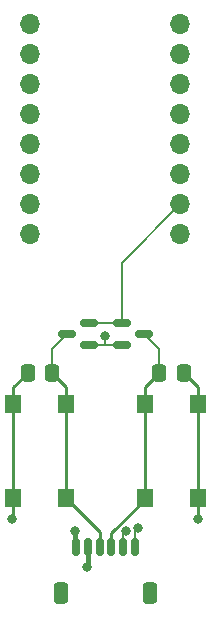
<source format=gtl>
G04 #@! TF.GenerationSoftware,KiCad,Pcbnew,7.0.7*
G04 #@! TF.CreationDate,2023-11-09T12:01:33-05:00*
G04 #@! TF.ProjectId,programmer,70726f67-7261-46d6-9d65-722e6b696361,rev?*
G04 #@! TF.SameCoordinates,Original*
G04 #@! TF.FileFunction,Copper,L1,Top*
G04 #@! TF.FilePolarity,Positive*
%FSLAX46Y46*%
G04 Gerber Fmt 4.6, Leading zero omitted, Abs format (unit mm)*
G04 Created by KiCad (PCBNEW 7.0.7) date 2023-11-09 12:01:33*
%MOMM*%
%LPD*%
G01*
G04 APERTURE LIST*
G04 Aperture macros list*
%AMRoundRect*
0 Rectangle with rounded corners*
0 $1 Rounding radius*
0 $2 $3 $4 $5 $6 $7 $8 $9 X,Y pos of 4 corners*
0 Add a 4 corners polygon primitive as box body*
4,1,4,$2,$3,$4,$5,$6,$7,$8,$9,$2,$3,0*
0 Add four circle primitives for the rounded corners*
1,1,$1+$1,$2,$3*
1,1,$1+$1,$4,$5*
1,1,$1+$1,$6,$7*
1,1,$1+$1,$8,$9*
0 Add four rect primitives between the rounded corners*
20,1,$1+$1,$2,$3,$4,$5,0*
20,1,$1+$1,$4,$5,$6,$7,0*
20,1,$1+$1,$6,$7,$8,$9,0*
20,1,$1+$1,$8,$9,$2,$3,0*%
G04 Aperture macros list end*
G04 #@! TA.AperFunction,SMDPad,CuDef*
%ADD10RoundRect,0.250000X-0.337500X-0.475000X0.337500X-0.475000X0.337500X0.475000X-0.337500X0.475000X0*%
G04 #@! TD*
G04 #@! TA.AperFunction,SMDPad,CuDef*
%ADD11R,1.400000X1.600000*%
G04 #@! TD*
G04 #@! TA.AperFunction,SMDPad,CuDef*
%ADD12RoundRect,0.150000X-0.150000X-0.625000X0.150000X-0.625000X0.150000X0.625000X-0.150000X0.625000X0*%
G04 #@! TD*
G04 #@! TA.AperFunction,SMDPad,CuDef*
%ADD13RoundRect,0.250000X-0.350000X-0.650000X0.350000X-0.650000X0.350000X0.650000X-0.350000X0.650000X0*%
G04 #@! TD*
G04 #@! TA.AperFunction,SMDPad,CuDef*
%ADD14RoundRect,0.150000X0.587500X0.150000X-0.587500X0.150000X-0.587500X-0.150000X0.587500X-0.150000X0*%
G04 #@! TD*
G04 #@! TA.AperFunction,SMDPad,CuDef*
%ADD15RoundRect,0.150000X-0.587500X-0.150000X0.587500X-0.150000X0.587500X0.150000X-0.587500X0.150000X0*%
G04 #@! TD*
G04 #@! TA.AperFunction,ComponentPad*
%ADD16O,1.700000X1.700000*%
G04 #@! TD*
G04 #@! TA.AperFunction,SMDPad,CuDef*
%ADD17RoundRect,0.250000X0.337500X0.475000X-0.337500X0.475000X-0.337500X-0.475000X0.337500X-0.475000X0*%
G04 #@! TD*
G04 #@! TA.AperFunction,ViaPad*
%ADD18C,0.800000*%
G04 #@! TD*
G04 #@! TA.AperFunction,Conductor*
%ADD19C,0.400000*%
G04 #@! TD*
G04 #@! TA.AperFunction,Conductor*
%ADD20C,0.250000*%
G04 #@! TD*
G04 #@! TA.AperFunction,Conductor*
%ADD21C,0.200000*%
G04 #@! TD*
G04 APERTURE END LIST*
D10*
X131042500Y-74225500D03*
X133117500Y-74225500D03*
D11*
X118690000Y-84829500D03*
X118690000Y-76829500D03*
X123190000Y-84829500D03*
X123190000Y-76829500D03*
X134330000Y-76829500D03*
X134330000Y-84829500D03*
X129830000Y-76829500D03*
X129830000Y-84829500D03*
D12*
X123992000Y-88932000D03*
X124992000Y-88932000D03*
X125992000Y-88932000D03*
X126992000Y-88932000D03*
X127992000Y-88932000D03*
X128992000Y-88932000D03*
D13*
X122692000Y-92807000D03*
X130292000Y-92807000D03*
D14*
X125131000Y-71873500D03*
X125131000Y-69973500D03*
X123256000Y-70923500D03*
D15*
X127876500Y-69973500D03*
X127876500Y-71873500D03*
X129751500Y-70923500D03*
D16*
X120142000Y-44704000D03*
X120142000Y-47244000D03*
X120142000Y-49784000D03*
X120142000Y-52324000D03*
X120142000Y-54864000D03*
X120142000Y-57404000D03*
X120142000Y-59944000D03*
X120142000Y-62484000D03*
X132842000Y-62484000D03*
X132842000Y-59944000D03*
X132842000Y-57404000D03*
X132842000Y-54864000D03*
X132842000Y-52324000D03*
X132842000Y-49784000D03*
X132842000Y-47244000D03*
X132842000Y-44704000D03*
D17*
X121977500Y-74225500D03*
X119902500Y-74225500D03*
D18*
X123952000Y-87630000D03*
X124968000Y-90678000D03*
X118618000Y-86614000D03*
X134366000Y-86614000D03*
X128212049Y-87572049D03*
X129286000Y-87376000D03*
X126492000Y-71120000D03*
D19*
X123952000Y-87630000D02*
X123952000Y-88892000D01*
X123952000Y-88892000D02*
X123992000Y-88932000D01*
D20*
X134330000Y-76829500D02*
X134330000Y-75438000D01*
X134330000Y-84829500D02*
X134330000Y-76829500D01*
X119902500Y-74225500D02*
X118690000Y-75438000D01*
D19*
X124992000Y-88932000D02*
X124992000Y-90654000D01*
D20*
X118690000Y-75438000D02*
X118690000Y-76829500D01*
D19*
X124992000Y-90654000D02*
X124968000Y-90678000D01*
D20*
X134330000Y-84829500D02*
X134330000Y-86578000D01*
X134330000Y-75438000D02*
X133117500Y-74225500D01*
X118690000Y-86542000D02*
X118618000Y-86614000D01*
X134330000Y-86578000D02*
X134366000Y-86614000D01*
X118690000Y-84829500D02*
X118690000Y-86542000D01*
X118690000Y-84829500D02*
X118690000Y-76829500D01*
X123190000Y-75438000D02*
X121977500Y-74225500D01*
X123190000Y-84829500D02*
X125992000Y-87631500D01*
X123190000Y-76829500D02*
X123190000Y-75438000D01*
X123190000Y-84829500D02*
X123190000Y-76829500D01*
D21*
X121977500Y-72202000D02*
X121977500Y-74225500D01*
X123256000Y-70923500D02*
X121977500Y-72202000D01*
D20*
X125992000Y-87631500D02*
X125992000Y-88932000D01*
X129830000Y-75438000D02*
X129830000Y-76829500D01*
D21*
X131042500Y-72214500D02*
X131042500Y-74225500D01*
X129751500Y-70923500D02*
X131042500Y-72214500D01*
D20*
X129830000Y-84829500D02*
X129830000Y-84929500D01*
X129830000Y-84829500D02*
X129830000Y-76829500D01*
X126992000Y-87767500D02*
X126992000Y-88932000D01*
X131042500Y-74225500D02*
X129830000Y-75438000D01*
X129830000Y-84929500D02*
X126992000Y-87767500D01*
D21*
X127992000Y-88932000D02*
X127992000Y-87792098D01*
X127992000Y-87792098D02*
X128212049Y-87572049D01*
X128992000Y-88932000D02*
X128992000Y-87670000D01*
X128992000Y-87670000D02*
X129286000Y-87376000D01*
X126492000Y-71873500D02*
X127876500Y-71873500D01*
X126492000Y-71873500D02*
X126492000Y-71120000D01*
X125131000Y-71873500D02*
X126492000Y-71873500D01*
X127876500Y-64909500D02*
X132842000Y-59944000D01*
X125131000Y-69973500D02*
X127876500Y-69973500D01*
X127876500Y-69973500D02*
X127876500Y-64909500D01*
M02*

</source>
